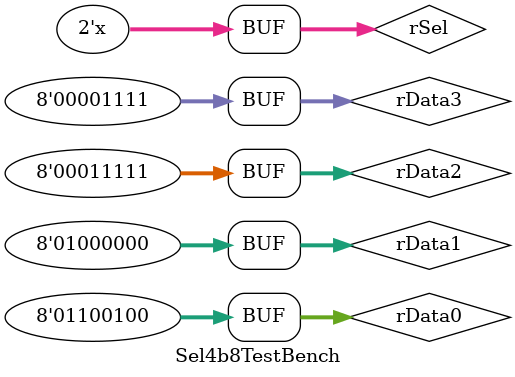
<source format=v>
`timescale 1ns / 1ps


module Sel4b8TestBench();

    reg [7:0] rData0, rData1, rData2, rData3;
    wire [7:0] wDataOut;
    reg [1:0] rSel;
    
    parameter pDelay = 250;
    
    Sel4b8Top qudsTest
    (
        ._A(rData0),
        ._B(rData1),
        ._C(rData2),
        ._D(rData3),
        ._SEL(rSel),
        ._Y(wDataOut)
    );
    
    initial
    begin
        rData0 = 100;
        rData1 = 64;
        rData2 = 31;
        rData3 = 15;
        rSel = 2'b00;
   end
   
   always
   begin
        #pDelay rSel = rSel + 1'b1;
   end
   
endmodule

</source>
